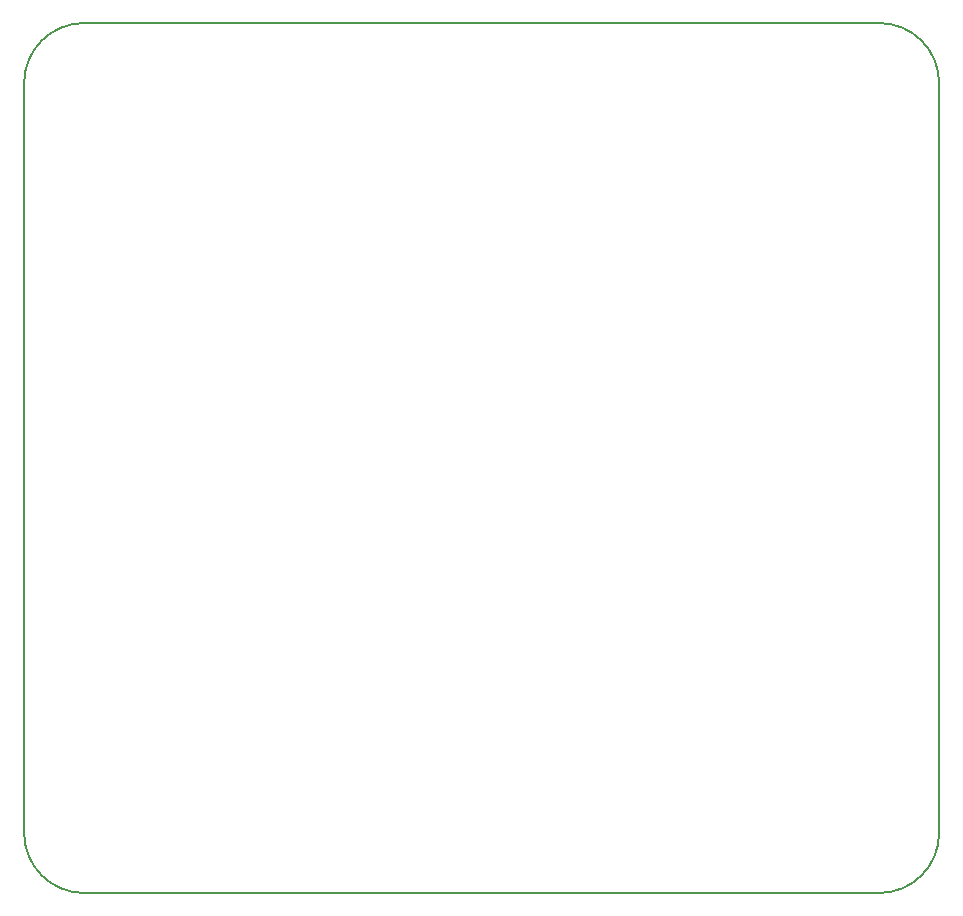
<source format=gm1>
%TF.GenerationSoftware,KiCad,Pcbnew,(5.0.0)*%
%TF.CreationDate,2018-10-23T17:25:26+02:00*%
%TF.ProjectId,S80 Processor,5338302050726F636573736F722E6B69,1.0*%
%TF.SameCoordinates,Original*%
%TF.FileFunction,Profile,NP*%
%FSLAX46Y46*%
G04 Gerber Fmt 4.6, Leading zero omitted, Abs format (unit mm)*
G04 Created by KiCad (PCBNEW (5.0.0)) date 10/23/18 17:25:26*
%MOMM*%
%LPD*%
G01*
G04 APERTURE LIST*
%ADD10C,0.200000*%
G04 APERTURE END LIST*
D10*
X147955000Y-97790000D02*
G75*
G02X142875000Y-102870000I-5080000J0D01*
G01*
X75565000Y-102870000D02*
G75*
G02X70485000Y-97790000I0J5080000D01*
G01*
X147955000Y-97790000D02*
X147955000Y-34290000D01*
X75565000Y-102870000D02*
X142875000Y-102870000D01*
X70485000Y-34290000D02*
X70485000Y-97790000D01*
X142875000Y-29210000D02*
X75565000Y-29210000D01*
X142875000Y-29210000D02*
G75*
G02X147955000Y-34290000I0J-5080000D01*
G01*
X70485000Y-34290000D02*
G75*
G02X75565000Y-29210000I5080000J0D01*
G01*
M02*

</source>
